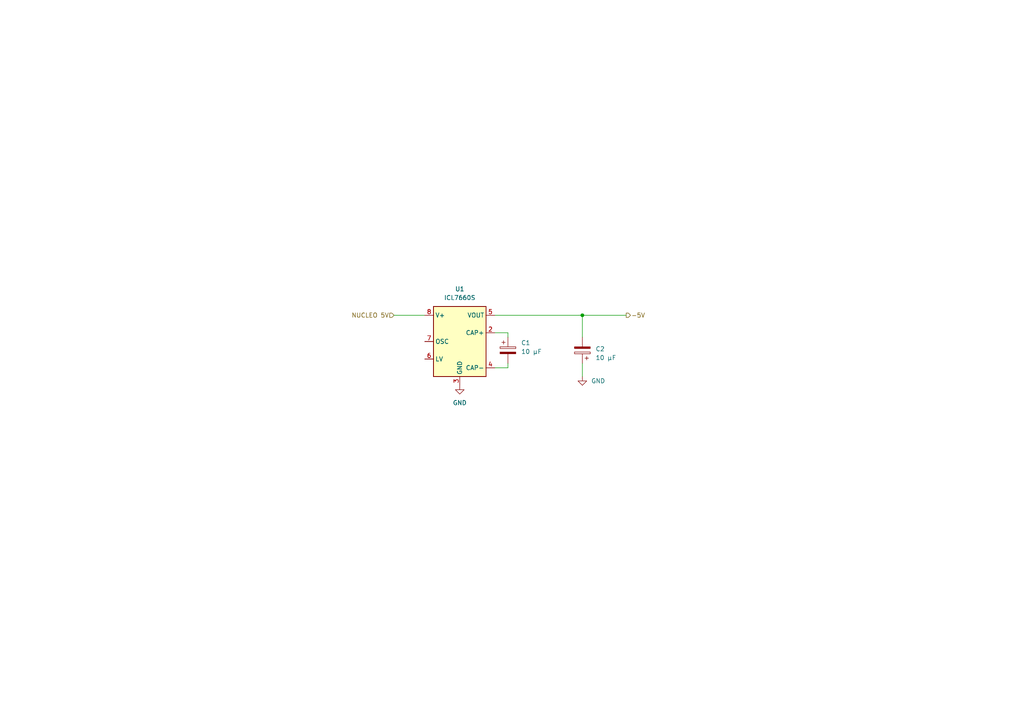
<source format=kicad_sch>
(kicad_sch (version 20211123) (generator eeschema)
  (paper "A4")
  (lib_symbols
    (symbol "Device:C_Polarized" (pin_numbers hide) (pin_names (offset 0.254))
      (property "Reference" "C" (at 0.635 2.54 0))
      (property "Value" "C_Polarized" (at 0.635 -2.54 0))
      (symbol "C_Polarized_0_1"
        (rectangle (start -2.286 0.508) (end 2.286 1.016))
        (polyline (pts (xy -1.778 2.286) (xy -0.762 2.286)))
        (polyline (pts (xy -1.27 2.794) (xy -1.27 1.778)))
        (rectangle (start 2.286 -0.508) (end -2.286 -1.016) (fill (type outline)))
      )
      (symbol "C_Polarized_1_1"
        (pin passive line (at 0 3.81 270) (length 2.794) (name "~") (number "1"))
        (pin passive line (at 0 -3.81 90) (length 2.794) (name "~") (number "2"))
      )
    )
    (symbol "Regulator_SwitchedCapacitor:ICL7660"
      (property "Reference" "U" (at -6.35 11.43 0))
      (property "Value" "ICL7660" (at 3.81 11.43 0))
      (symbol "ICL7660_0_1"
        (rectangle (start -7.62 10.16) (end 7.62 -10.16) (stroke (width 0.254)) (fill (type background)))
      )
      (symbol "ICL7660_1_1"
        (pin no_connect line (at -7.62 5.08 0) (length 2.54) hide (name "NC") (number "1"))
        (pin input line (at 10.16 2.54 180) (length 2.54) (name "CAP+") (number "2"))
        (pin power_in line (at 0 -12.7 90) (length 2.54) (name "GND") (number "3"))
        (pin input line (at 10.16 -7.62 180) (length 2.54) (name "CAP-") (number "4"))
        (pin power_out line (at 10.16 7.62 180) (length 2.54) (name "VOUT") (number "5"))
        (pin input line (at -10.16 -5.08 0) (length 2.54) (name "LV") (number "6"))
        (pin input line (at -10.16 0 0) (length 2.54) (name "OSC") (number "7"))
        (pin power_in line (at -10.16 7.62 0) (length 2.54) (name "V+") (number "8"))
      )
    )
    (symbol "power:GND" (power) (pin_names (offset 0))
      (property "Value" "GND" (at 0 -3.81 0))
      (symbol "GND_0_1"
        (polyline (pts (xy 0 0) (xy 0 -1.27) (xy 1.27 -1.27) (xy 0 -2.54) (xy -1.27 -1.27) (xy 0 -1.27)))
      )
      (symbol "GND_1_1"
        (pin power_in line (at 0 0 270) (length 0) hide (name "GND") (number "1"))
      )
    )
  )
  (junction (at 168.91 91.44))
  (wire (pts (xy 114.3 91.44) (xy 123.19 91.44)))
  (wire (pts (xy 147.32 105.41) (xy 147.32 106.68)))
  (wire (pts (xy 143.51 91.44) (xy 168.91 91.44)))
  (wire (pts (xy 147.32 106.68) (xy 143.51 106.68)))
  (wire (pts (xy 147.32 96.52) (xy 147.32 97.79)))
  (wire (pts (xy 168.91 105.41) (xy 168.91 109.22)))
  (wire (pts (xy 143.51 96.52) (xy 147.32 96.52)))
  (wire (pts (xy 168.91 91.44) (xy 168.91 97.79)))
  (wire (pts (xy 168.91 91.44) (xy 181.61 91.44)))
  (hierarchical_label "-5V" (shape output) (at 181.61 91.44 0))
  (hierarchical_label "NUCLEO 5V" (shape input) (at 114.3 91.44 180))
  (symbol (lib_id "Device:C_Polarized") (at 147.32 101.6 0) (unit 1)
    (property "Reference" "C1" (at 151.13 99.4409 0) (effects (justify left)))
    (property "Value" "10 µF" (at 151.13 101.9809 0) (effects (justify left)))
  )
  (symbol (lib_id "Regulator_SwitchedCapacitor:ICL7660") (at 133.35 99.06 0) (unit 1)
    (property "Reference" "U1" (at 133.35 83.82 0))
    (property "Value" "ICL7660S" (at 133.35 86.36 0))
    (property "Datasheet" "http://datasheets.maximintegrated.com/en/ds/ICL7660-MAX1044.pdf" (effects hide))
  )
  (symbol (lib_id "power:GND") (at 133.35 111.76 0) (unit 1)
    (property "Reference" "#PWR?" (effects hide))
    (property "Value" "GND" (at 133.35 116.84 0))
  )
  (symbol (lib_id "Device:C_Polarized") (at 168.91 101.6 180) (unit 1)
    (property "Reference" "C2" (at 172.72 101.2189 0) (effects (justify right)))
    (property "Value" "10 µF" (at 172.72 103.7589 0) (effects (justify right)))
  )
  (symbol (lib_id "power:GND") (at 168.91 109.22 0) (unit 1)
    (property "Reference" "#PWR?" (effects hide))
    (property "Value" "GND" (at 171.45 110.4899 0) (effects (justify left)))
  )
)
</source>
